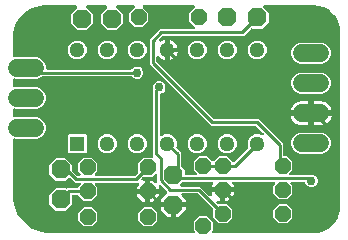
<source format=gbr>
G04 EAGLE Gerber RS-274X export*
G75*
%MOMM*%
%FSLAX34Y34*%
%LPD*%
%INBottom Copper*%
%IPPOS*%
%AMOC8*
5,1,8,0,0,1.08239X$1,22.5*%
G01*
%ADD10R,1.278000X1.278000*%
%ADD11C,1.278000*%
%ADD12P,1.429621X8X22.500000*%
%ADD13P,1.429621X8X202.500000*%
%ADD14P,1.429621X8X112.500000*%
%ADD15P,1.732040X8X202.500000*%
%ADD16P,1.732040X8X112.500000*%
%ADD17C,1.524000*%
%ADD18C,0.254000*%
%ADD19C,0.756400*%

G36*
X289107Y138448D02*
X289107Y138448D01*
X289246Y138461D01*
X289265Y138468D01*
X289285Y138471D01*
X289414Y138522D01*
X289545Y138569D01*
X289562Y138580D01*
X289581Y138588D01*
X289693Y138669D01*
X289808Y138747D01*
X289821Y138763D01*
X289838Y138774D01*
X289927Y138882D01*
X290019Y138986D01*
X290028Y139004D01*
X290041Y139019D01*
X290100Y139145D01*
X290163Y139269D01*
X290168Y139289D01*
X290176Y139307D01*
X290202Y139444D01*
X290233Y139579D01*
X290232Y139600D01*
X290236Y139619D01*
X290227Y139758D01*
X290223Y139897D01*
X290217Y139917D01*
X290216Y139937D01*
X290174Y140069D01*
X290135Y140203D01*
X290124Y140220D01*
X290118Y140239D01*
X290044Y140357D01*
X289973Y140477D01*
X289955Y140498D01*
X289948Y140508D01*
X289933Y140522D01*
X289867Y140597D01*
X289051Y141413D01*
X289051Y148147D01*
X293813Y152909D01*
X300547Y152909D01*
X305309Y148147D01*
X305309Y141413D01*
X304493Y140597D01*
X304408Y140488D01*
X304319Y140381D01*
X304311Y140362D01*
X304298Y140346D01*
X304243Y140219D01*
X304184Y140093D01*
X304180Y140073D01*
X304172Y140054D01*
X304150Y139916D01*
X304124Y139780D01*
X304125Y139760D01*
X304122Y139740D01*
X304135Y139601D01*
X304144Y139463D01*
X304150Y139444D01*
X304152Y139424D01*
X304199Y139292D01*
X304242Y139161D01*
X304253Y139143D01*
X304259Y139124D01*
X304338Y139009D01*
X304412Y138892D01*
X304427Y138878D01*
X304438Y138861D01*
X304542Y138769D01*
X304644Y138674D01*
X304661Y138664D01*
X304676Y138651D01*
X304800Y138588D01*
X304922Y138520D01*
X304942Y138515D01*
X304960Y138506D01*
X305096Y138476D01*
X305230Y138441D01*
X305258Y138439D01*
X305270Y138436D01*
X305291Y138437D01*
X305391Y138431D01*
X391160Y138431D01*
X391181Y138433D01*
X391243Y138433D01*
X393895Y138607D01*
X393939Y138616D01*
X393983Y138616D01*
X394141Y138648D01*
X399265Y140021D01*
X399344Y140053D01*
X399426Y140076D01*
X399549Y140137D01*
X399559Y140141D01*
X399563Y140143D01*
X399571Y140148D01*
X404165Y142800D01*
X404233Y142852D01*
X404307Y142895D01*
X404410Y142986D01*
X404418Y142992D01*
X404421Y142995D01*
X404428Y143002D01*
X408178Y146752D01*
X408231Y146820D01*
X408291Y146881D01*
X408338Y146953D01*
X408352Y146969D01*
X408359Y146983D01*
X408367Y146996D01*
X408373Y147004D01*
X408375Y147008D01*
X408380Y147015D01*
X411032Y151609D01*
X411066Y151688D01*
X411108Y151763D01*
X411152Y151892D01*
X411156Y151902D01*
X411156Y151907D01*
X411159Y151915D01*
X412532Y157039D01*
X412538Y157083D01*
X412552Y157125D01*
X412573Y157285D01*
X412747Y159937D01*
X412745Y159958D01*
X412749Y160020D01*
X412749Y309880D01*
X412747Y309901D01*
X412747Y309963D01*
X412573Y312615D01*
X412564Y312659D01*
X412564Y312703D01*
X412532Y312861D01*
X411159Y317985D01*
X411127Y318064D01*
X411104Y318146D01*
X411043Y318269D01*
X411039Y318279D01*
X411037Y318283D01*
X411032Y318291D01*
X408380Y322885D01*
X408328Y322953D01*
X408285Y323027D01*
X408194Y323130D01*
X408188Y323138D01*
X408185Y323141D01*
X408178Y323148D01*
X404428Y326898D01*
X404360Y326951D01*
X404299Y327011D01*
X404185Y327087D01*
X404176Y327093D01*
X404172Y327095D01*
X404165Y327100D01*
X399571Y329752D01*
X399492Y329786D01*
X399417Y329828D01*
X399288Y329872D01*
X399278Y329876D01*
X399273Y329876D01*
X399265Y329879D01*
X394141Y331252D01*
X394097Y331258D01*
X394055Y331272D01*
X393895Y331293D01*
X391243Y331467D01*
X391222Y331465D01*
X391160Y331469D01*
X349276Y331469D01*
X349139Y331452D01*
X349000Y331439D01*
X348981Y331432D01*
X348961Y331429D01*
X348832Y331378D01*
X348701Y331331D01*
X348684Y331320D01*
X348665Y331312D01*
X348553Y331231D01*
X348438Y331153D01*
X348424Y331137D01*
X348408Y331126D01*
X348319Y331018D01*
X348227Y330914D01*
X348218Y330896D01*
X348205Y330881D01*
X348146Y330755D01*
X348083Y330631D01*
X348078Y330611D01*
X348069Y330593D01*
X348043Y330457D01*
X348013Y330321D01*
X348013Y330300D01*
X348010Y330281D01*
X348018Y330142D01*
X348023Y330003D01*
X348028Y329983D01*
X348029Y329963D01*
X348072Y329831D01*
X348111Y329697D01*
X348121Y329680D01*
X348127Y329661D01*
X348202Y329543D01*
X348272Y329423D01*
X348291Y329402D01*
X348298Y329392D01*
X348313Y329378D01*
X348379Y329303D01*
X352426Y325256D01*
X352426Y317364D01*
X346846Y311784D01*
X338932Y311784D01*
X338855Y311852D01*
X338819Y311871D01*
X338787Y311896D01*
X338677Y311943D01*
X338571Y311997D01*
X338532Y312006D01*
X338495Y312022D01*
X338377Y312041D01*
X338261Y312067D01*
X338221Y312065D01*
X338181Y312072D01*
X338063Y312061D01*
X337943Y312057D01*
X337904Y312046D01*
X337864Y312042D01*
X337752Y312002D01*
X337638Y311969D01*
X337603Y311948D01*
X337565Y311934D01*
X337466Y311868D01*
X337364Y311807D01*
X337319Y311767D01*
X337302Y311756D01*
X337288Y311741D01*
X337243Y311701D01*
X331336Y305794D01*
X263282Y305794D01*
X263184Y305781D01*
X263085Y305778D01*
X263026Y305762D01*
X262966Y305754D01*
X262874Y305718D01*
X262779Y305690D01*
X262727Y305659D01*
X262671Y305637D01*
X262591Y305579D01*
X262505Y305529D01*
X262430Y305462D01*
X262413Y305450D01*
X262406Y305441D01*
X262384Y305422D01*
X259850Y302887D01*
X259828Y302860D01*
X259802Y302837D01*
X259731Y302735D01*
X259655Y302636D01*
X259641Y302604D01*
X259621Y302575D01*
X259578Y302459D01*
X259528Y302344D01*
X259523Y302310D01*
X259511Y302277D01*
X259498Y302153D01*
X259479Y302030D01*
X259482Y301995D01*
X259478Y301960D01*
X259497Y301838D01*
X259508Y301714D01*
X259520Y301681D01*
X259525Y301646D01*
X259574Y301531D01*
X259616Y301414D01*
X259636Y301385D01*
X259649Y301353D01*
X259725Y301254D01*
X259795Y301151D01*
X259821Y301128D01*
X259842Y301100D01*
X259940Y301023D01*
X260033Y300941D01*
X260064Y300925D01*
X260092Y300903D01*
X260205Y300853D01*
X260316Y300796D01*
X260350Y300788D01*
X260382Y300774D01*
X260505Y300754D01*
X260627Y300726D01*
X260661Y300727D01*
X260696Y300722D01*
X260820Y300732D01*
X260944Y300736D01*
X260978Y300746D01*
X261013Y300749D01*
X261131Y300790D01*
X261250Y300824D01*
X261280Y300842D01*
X261313Y300854D01*
X261452Y300935D01*
X262470Y301614D01*
X264095Y302288D01*
X264776Y302423D01*
X264776Y294355D01*
X264791Y294237D01*
X264798Y294118D01*
X264810Y294080D01*
X264816Y294040D01*
X264859Y293929D01*
X264896Y293816D01*
X264918Y293782D01*
X264933Y293744D01*
X264963Y293702D01*
X264923Y293618D01*
X264865Y293513D01*
X264855Y293474D01*
X264838Y293438D01*
X264816Y293321D01*
X264786Y293205D01*
X264782Y293145D01*
X264778Y293125D01*
X264780Y293105D01*
X264776Y293045D01*
X264776Y284977D01*
X264095Y285112D01*
X262470Y285786D01*
X261007Y286763D01*
X259736Y288034D01*
X259707Y288068D01*
X259645Y288152D01*
X259603Y288187D01*
X259567Y288229D01*
X259481Y288288D01*
X259400Y288355D01*
X259351Y288378D01*
X259305Y288410D01*
X259207Y288446D01*
X259113Y288491D01*
X259059Y288501D01*
X259007Y288520D01*
X258903Y288531D01*
X258800Y288550D01*
X258745Y288547D01*
X258691Y288553D01*
X258587Y288537D01*
X258483Y288531D01*
X258431Y288514D01*
X258376Y288505D01*
X258280Y288465D01*
X258180Y288433D01*
X258134Y288403D01*
X258083Y288382D01*
X258000Y288318D01*
X257912Y288262D01*
X257874Y288222D01*
X257830Y288189D01*
X257766Y288107D01*
X257694Y288031D01*
X257667Y287983D01*
X257633Y287939D01*
X257591Y287844D01*
X257540Y287752D01*
X257527Y287699D01*
X257504Y287649D01*
X257487Y287545D01*
X257461Y287444D01*
X257455Y287357D01*
X257452Y287335D01*
X257453Y287320D01*
X257451Y287284D01*
X257451Y284279D01*
X257463Y284181D01*
X257466Y284082D01*
X257483Y284024D01*
X257490Y283964D01*
X257527Y283872D01*
X257554Y283777D01*
X257585Y283724D01*
X257608Y283668D01*
X257666Y283588D01*
X257716Y283503D01*
X257782Y283427D01*
X257794Y283411D01*
X257804Y283403D01*
X257822Y283382D01*
X305628Y235576D01*
X305706Y235516D01*
X305778Y235448D01*
X305831Y235419D01*
X305879Y235382D01*
X305970Y235342D01*
X306057Y235294D01*
X306115Y235279D01*
X306171Y235255D01*
X306269Y235240D01*
X306364Y235215D01*
X306465Y235209D01*
X306485Y235205D01*
X306497Y235207D01*
X306525Y235205D01*
X344058Y235205D01*
X346066Y233196D01*
X362736Y216526D01*
X364745Y214518D01*
X364745Y204978D01*
X364760Y204860D01*
X364767Y204741D01*
X364780Y204703D01*
X364785Y204662D01*
X364828Y204552D01*
X364865Y204439D01*
X364887Y204404D01*
X364902Y204367D01*
X364971Y204271D01*
X365035Y204170D01*
X365065Y204142D01*
X365088Y204109D01*
X365180Y204033D01*
X365267Y203952D01*
X365302Y203932D01*
X365333Y203907D01*
X365441Y203856D01*
X365545Y203798D01*
X365585Y203788D01*
X365621Y203771D01*
X365738Y203749D01*
X365853Y203719D01*
X365913Y203715D01*
X365933Y203711D01*
X365954Y203713D01*
X366014Y203709D01*
X367857Y203709D01*
X372619Y198947D01*
X372619Y192213D01*
X370279Y189873D01*
X370194Y189764D01*
X370105Y189657D01*
X370097Y189638D01*
X370084Y189622D01*
X370029Y189494D01*
X369970Y189369D01*
X369966Y189349D01*
X369958Y189330D01*
X369936Y189192D01*
X369910Y189056D01*
X369911Y189036D01*
X369908Y189016D01*
X369921Y188877D01*
X369930Y188739D01*
X369936Y188720D01*
X369938Y188700D01*
X369985Y188568D01*
X370028Y188437D01*
X370039Y188419D01*
X370045Y188400D01*
X370124Y188285D01*
X370198Y188168D01*
X370213Y188154D01*
X370224Y188137D01*
X370328Y188045D01*
X370430Y187950D01*
X370447Y187940D01*
X370462Y187927D01*
X370587Y187863D01*
X370708Y187796D01*
X370728Y187791D01*
X370746Y187782D01*
X370882Y187752D01*
X371016Y187717D01*
X371044Y187715D01*
X371056Y187712D01*
X371077Y187713D01*
X371177Y187707D01*
X386153Y187707D01*
X386162Y187708D01*
X386172Y187707D01*
X386320Y187728D01*
X386469Y187747D01*
X386477Y187750D01*
X386487Y187751D01*
X386639Y187803D01*
X387564Y188187D01*
X389676Y188187D01*
X391626Y187379D01*
X393119Y185886D01*
X393927Y183936D01*
X393927Y181824D01*
X393119Y179874D01*
X391626Y178381D01*
X389676Y177573D01*
X387564Y177573D01*
X385614Y178381D01*
X384121Y179874D01*
X383517Y181334D01*
X383502Y181359D01*
X383493Y181387D01*
X383423Y181497D01*
X383359Y181610D01*
X383338Y181631D01*
X383323Y181656D01*
X383228Y181745D01*
X383138Y181838D01*
X383113Y181854D01*
X383091Y181874D01*
X382977Y181937D01*
X382867Y182005D01*
X382838Y182013D01*
X382813Y182028D01*
X382687Y182060D01*
X382563Y182098D01*
X382533Y182100D01*
X382505Y182107D01*
X382344Y182117D01*
X372193Y182117D01*
X372055Y182100D01*
X371916Y182087D01*
X371897Y182080D01*
X371877Y182077D01*
X371748Y182026D01*
X371617Y181979D01*
X371600Y181968D01*
X371581Y181960D01*
X371469Y181879D01*
X371354Y181801D01*
X371341Y181785D01*
X371324Y181774D01*
X371235Y181666D01*
X371143Y181562D01*
X371134Y181544D01*
X371121Y181529D01*
X371062Y181403D01*
X370999Y181279D01*
X370994Y181259D01*
X370986Y181241D01*
X370960Y181104D01*
X370929Y180969D01*
X370930Y180948D01*
X370926Y180929D01*
X370935Y180790D01*
X370939Y180651D01*
X370945Y180631D01*
X370946Y180611D01*
X370988Y180479D01*
X371027Y180345D01*
X371038Y180328D01*
X371044Y180309D01*
X371118Y180191D01*
X371189Y180071D01*
X371207Y180050D01*
X371214Y180040D01*
X371229Y180026D01*
X371295Y179951D01*
X372619Y178627D01*
X372619Y171893D01*
X367857Y167131D01*
X361123Y167131D01*
X356361Y171893D01*
X356361Y178627D01*
X357685Y179951D01*
X357770Y180060D01*
X357859Y180167D01*
X357867Y180186D01*
X357880Y180202D01*
X357935Y180330D01*
X357994Y180455D01*
X357998Y180475D01*
X358006Y180494D01*
X358028Y180632D01*
X358054Y180768D01*
X358053Y180788D01*
X358056Y180808D01*
X358043Y180947D01*
X358034Y181085D01*
X358028Y181104D01*
X358026Y181124D01*
X357979Y181256D01*
X357936Y181387D01*
X357925Y181405D01*
X357919Y181424D01*
X357840Y181539D01*
X357766Y181656D01*
X357751Y181670D01*
X357740Y181687D01*
X357636Y181779D01*
X357534Y181874D01*
X357517Y181884D01*
X357502Y181897D01*
X357377Y181961D01*
X357256Y182028D01*
X357236Y182033D01*
X357218Y182042D01*
X357082Y182072D01*
X356948Y182107D01*
X356920Y182109D01*
X356908Y182112D01*
X356887Y182111D01*
X356787Y182117D01*
X322830Y182117D01*
X322692Y182100D01*
X322553Y182087D01*
X322534Y182080D01*
X322514Y182077D01*
X322385Y182026D01*
X322254Y181979D01*
X322237Y181968D01*
X322218Y181960D01*
X322106Y181879D01*
X321991Y181801D01*
X321977Y181785D01*
X321961Y181774D01*
X321872Y181666D01*
X321780Y181562D01*
X321771Y181544D01*
X321758Y181529D01*
X321699Y181403D01*
X321636Y181279D01*
X321631Y181259D01*
X321623Y181241D01*
X321597Y181104D01*
X321566Y180969D01*
X321567Y180948D01*
X321563Y180929D01*
X321571Y180790D01*
X321576Y180651D01*
X321581Y180631D01*
X321583Y180611D01*
X321625Y180479D01*
X321664Y180345D01*
X321674Y180328D01*
X321681Y180309D01*
X321755Y180191D01*
X321826Y180071D01*
X321844Y180050D01*
X321851Y180040D01*
X321866Y180026D01*
X321932Y179951D01*
X322835Y179048D01*
X322835Y177291D01*
X314452Y177291D01*
X314334Y177276D01*
X314215Y177269D01*
X314177Y177256D01*
X314137Y177251D01*
X314026Y177208D01*
X313913Y177171D01*
X313879Y177149D01*
X313841Y177134D01*
X313745Y177065D01*
X313693Y177031D01*
X313675Y177048D01*
X313640Y177068D01*
X313608Y177093D01*
X313501Y177144D01*
X313396Y177202D01*
X313357Y177212D01*
X313321Y177229D01*
X313204Y177251D01*
X313088Y177281D01*
X313028Y177285D01*
X313008Y177289D01*
X312988Y177287D01*
X312928Y177291D01*
X304545Y177291D01*
X304545Y179048D01*
X305448Y179951D01*
X305533Y180060D01*
X305622Y180167D01*
X305631Y180186D01*
X305643Y180202D01*
X305698Y180329D01*
X305757Y180455D01*
X305761Y180475D01*
X305769Y180494D01*
X305791Y180632D01*
X305817Y180768D01*
X305816Y180788D01*
X305819Y180808D01*
X305806Y180947D01*
X305797Y181085D01*
X305791Y181104D01*
X305789Y181124D01*
X305742Y181256D01*
X305699Y181387D01*
X305689Y181405D01*
X305682Y181424D01*
X305604Y181539D01*
X305529Y181656D01*
X305514Y181670D01*
X305503Y181687D01*
X305399Y181779D01*
X305298Y181874D01*
X305280Y181884D01*
X305265Y181897D01*
X305141Y181961D01*
X305019Y182028D01*
X305000Y182033D01*
X304981Y182042D01*
X304846Y182072D01*
X304711Y182107D01*
X304683Y182109D01*
X304671Y182112D01*
X304651Y182111D01*
X304550Y182117D01*
X279934Y182117D01*
X279836Y182105D01*
X279737Y182102D01*
X279679Y182085D01*
X279619Y182077D01*
X279527Y182041D01*
X279432Y182013D01*
X279379Y181983D01*
X279323Y181960D01*
X279243Y181902D01*
X279158Y181852D01*
X279082Y181786D01*
X279066Y181774D01*
X279058Y181764D01*
X279037Y181746D01*
X277496Y180204D01*
X277410Y180094D01*
X277322Y179987D01*
X277313Y179969D01*
X277301Y179953D01*
X277245Y179825D01*
X277186Y179700D01*
X277182Y179680D01*
X277174Y179661D01*
X277152Y179523D01*
X277126Y179387D01*
X277128Y179367D01*
X277124Y179347D01*
X277138Y179208D01*
X277146Y179070D01*
X277152Y179051D01*
X277154Y179030D01*
X277201Y178899D01*
X277244Y178767D01*
X277255Y178750D01*
X277262Y178731D01*
X277340Y178616D01*
X277414Y178499D01*
X277429Y178485D01*
X277440Y178468D01*
X277545Y178376D01*
X277646Y178281D01*
X277664Y178271D01*
X277679Y178257D01*
X277803Y178194D01*
X277924Y178127D01*
X277944Y178122D01*
X277962Y178113D01*
X278098Y178082D01*
X278232Y178048D01*
X278260Y178046D01*
X278272Y178043D01*
X278293Y178044D01*
X278393Y178037D01*
X294545Y178037D01*
X302379Y170204D01*
X302488Y170119D01*
X302595Y170030D01*
X302614Y170021D01*
X302630Y170009D01*
X302758Y169953D01*
X302883Y169894D01*
X302903Y169891D01*
X302922Y169883D01*
X303060Y169861D01*
X303196Y169835D01*
X303216Y169836D01*
X303236Y169833D01*
X303375Y169846D01*
X303513Y169854D01*
X303532Y169861D01*
X303552Y169862D01*
X303684Y169910D01*
X303815Y169952D01*
X303833Y169963D01*
X303852Y169970D01*
X303967Y170048D01*
X304084Y170123D01*
X304098Y170137D01*
X304115Y170149D01*
X304207Y170253D01*
X304302Y170354D01*
X304312Y170372D01*
X304325Y170387D01*
X304389Y170511D01*
X304456Y170633D01*
X304461Y170652D01*
X304470Y170670D01*
X304500Y170806D01*
X304535Y170941D01*
X304537Y170969D01*
X304540Y170981D01*
X304539Y171001D01*
X304545Y171101D01*
X304545Y173229D01*
X311659Y173229D01*
X311659Y166115D01*
X309531Y166115D01*
X309394Y166098D01*
X309255Y166085D01*
X309236Y166078D01*
X309216Y166075D01*
X309087Y166024D01*
X308956Y165977D01*
X308939Y165966D01*
X308920Y165958D01*
X308808Y165877D01*
X308693Y165799D01*
X308679Y165783D01*
X308663Y165772D01*
X308574Y165664D01*
X308482Y165560D01*
X308473Y165542D01*
X308460Y165527D01*
X308401Y165401D01*
X308337Y165277D01*
X308333Y165257D01*
X308324Y165239D01*
X308298Y165103D01*
X308268Y164967D01*
X308268Y164946D01*
X308265Y164927D01*
X308273Y164788D01*
X308277Y164649D01*
X308283Y164629D01*
X308284Y164609D01*
X308327Y164477D01*
X308366Y164343D01*
X308376Y164326D01*
X308382Y164307D01*
X308457Y164189D01*
X308527Y164069D01*
X308546Y164048D01*
X308553Y164038D01*
X308567Y164024D01*
X308634Y163949D01*
X309142Y163440D01*
X309220Y163380D01*
X309292Y163312D01*
X309345Y163283D01*
X309393Y163246D01*
X309484Y163206D01*
X309571Y163158D01*
X309629Y163143D01*
X309685Y163119D01*
X309783Y163104D01*
X309879Y163079D01*
X309979Y163073D01*
X309999Y163069D01*
X310011Y163071D01*
X310039Y163069D01*
X317057Y163069D01*
X321819Y158307D01*
X321819Y151573D01*
X317057Y146811D01*
X310323Y146811D01*
X305561Y151573D01*
X305561Y158591D01*
X305549Y158689D01*
X305546Y158788D01*
X305529Y158846D01*
X305521Y158906D01*
X305485Y158998D01*
X305457Y159093D01*
X305427Y159146D01*
X305404Y159202D01*
X305346Y159282D01*
X305296Y159367D01*
X305230Y159443D01*
X305218Y159459D01*
X305208Y159467D01*
X305190Y159488D01*
X292601Y172076D01*
X292523Y172137D01*
X292451Y172205D01*
X292398Y172234D01*
X292350Y172271D01*
X292259Y172311D01*
X292173Y172358D01*
X292114Y172373D01*
X292058Y172398D01*
X291960Y172413D01*
X291865Y172438D01*
X291765Y172444D01*
X291744Y172447D01*
X291732Y172446D01*
X291704Y172448D01*
X279864Y172448D01*
X279727Y172431D01*
X279588Y172418D01*
X279569Y172411D01*
X279549Y172408D01*
X279420Y172357D01*
X279289Y172310D01*
X279272Y172299D01*
X279253Y172291D01*
X279141Y172209D01*
X279026Y172131D01*
X279012Y172116D01*
X278996Y172104D01*
X278907Y171997D01*
X278815Y171893D01*
X278806Y171875D01*
X278793Y171859D01*
X278734Y171734D01*
X278671Y171610D01*
X278666Y171590D01*
X278658Y171572D01*
X278631Y171435D01*
X278601Y171299D01*
X278602Y171279D01*
X278598Y171259D01*
X278606Y171121D01*
X278611Y170982D01*
X278616Y170962D01*
X278618Y170942D01*
X278660Y170810D01*
X278699Y170676D01*
X278709Y170659D01*
X278716Y170639D01*
X278790Y170522D01*
X278861Y170402D01*
X278879Y170381D01*
X278886Y170371D01*
X278901Y170357D01*
X278967Y170281D01*
X282322Y166927D01*
X282322Y164591D01*
X272542Y164591D01*
X272424Y164576D01*
X272305Y164569D01*
X272267Y164556D01*
X272227Y164551D01*
X272116Y164508D01*
X272003Y164471D01*
X271969Y164449D01*
X271931Y164434D01*
X271835Y164365D01*
X271783Y164331D01*
X271765Y164348D01*
X271730Y164368D01*
X271698Y164393D01*
X271591Y164444D01*
X271486Y164502D01*
X271447Y164512D01*
X271411Y164529D01*
X271294Y164551D01*
X271178Y164581D01*
X271118Y164585D01*
X271098Y164589D01*
X271078Y164587D01*
X271018Y164591D01*
X261238Y164591D01*
X261238Y166927D01*
X266519Y172207D01*
X266592Y172301D01*
X266671Y172391D01*
X266689Y172427D01*
X266714Y172459D01*
X266761Y172568D01*
X266815Y172674D01*
X266824Y172713D01*
X266840Y172750D01*
X266859Y172868D01*
X266885Y172984D01*
X266884Y173024D01*
X266890Y173064D01*
X266879Y173183D01*
X266875Y173302D01*
X266864Y173341D01*
X266860Y173381D01*
X266820Y173493D01*
X266787Y173607D01*
X266766Y173642D01*
X266753Y173680D01*
X266686Y173779D01*
X266625Y173881D01*
X266586Y173927D01*
X266574Y173943D01*
X266559Y173957D01*
X266519Y174002D01*
X266064Y174457D01*
X261501Y179020D01*
X261392Y179105D01*
X261285Y179194D01*
X261266Y179202D01*
X261250Y179215D01*
X261122Y179270D01*
X260997Y179329D01*
X260977Y179333D01*
X260958Y179341D01*
X260820Y179363D01*
X260684Y179389D01*
X260664Y179388D01*
X260644Y179391D01*
X260505Y179378D01*
X260367Y179369D01*
X260348Y179363D01*
X260328Y179361D01*
X260196Y179314D01*
X260065Y179271D01*
X260047Y179260D01*
X260028Y179253D01*
X259913Y179175D01*
X259796Y179101D01*
X259782Y179086D01*
X259765Y179075D01*
X259673Y178971D01*
X259578Y178869D01*
X259568Y178852D01*
X259555Y178836D01*
X259491Y178713D01*
X259424Y178591D01*
X259419Y178571D01*
X259410Y178553D01*
X259380Y178417D01*
X259345Y178283D01*
X259343Y178255D01*
X259340Y178243D01*
X259341Y178222D01*
X259335Y178122D01*
X259335Y176021D01*
X252221Y176021D01*
X252221Y183135D01*
X253978Y183135D01*
X256024Y181089D01*
X256133Y181004D01*
X256240Y180915D01*
X256259Y180907D01*
X256275Y180894D01*
X256403Y180839D01*
X256528Y180780D01*
X256548Y180776D01*
X256567Y180768D01*
X256705Y180746D01*
X256841Y180720D01*
X256861Y180721D01*
X256881Y180718D01*
X257020Y180731D01*
X257158Y180740D01*
X257177Y180746D01*
X257197Y180748D01*
X257329Y180795D01*
X257460Y180838D01*
X257478Y180848D01*
X257497Y180855D01*
X257612Y180933D01*
X257729Y181008D01*
X257743Y181023D01*
X257760Y181034D01*
X257852Y181138D01*
X257947Y181239D01*
X257957Y181257D01*
X257970Y181272D01*
X258034Y181396D01*
X258101Y181518D01*
X258106Y181537D01*
X258115Y181556D01*
X258145Y181691D01*
X258180Y181826D01*
X258182Y181854D01*
X258185Y181866D01*
X258184Y181886D01*
X258190Y181987D01*
X258190Y187750D01*
X258173Y187888D01*
X258160Y188027D01*
X258153Y188046D01*
X258150Y188066D01*
X258099Y188195D01*
X258052Y188326D01*
X258041Y188343D01*
X258033Y188362D01*
X257952Y188474D01*
X257874Y188589D01*
X257858Y188602D01*
X257847Y188619D01*
X257739Y188708D01*
X257635Y188800D01*
X257617Y188809D01*
X257602Y188822D01*
X257476Y188881D01*
X257352Y188944D01*
X257332Y188949D01*
X257314Y188957D01*
X257178Y188983D01*
X257042Y189014D01*
X257021Y189013D01*
X257002Y189017D01*
X256863Y189008D01*
X256724Y189004D01*
X256704Y188998D01*
X256684Y188997D01*
X256552Y188954D01*
X256418Y188916D01*
X256401Y188905D01*
X256382Y188899D01*
X256264Y188825D01*
X256144Y188754D01*
X256123Y188736D01*
X256113Y188729D01*
X256099Y188714D01*
X256024Y188648D01*
X253557Y186181D01*
X246539Y186181D01*
X246441Y186169D01*
X246342Y186166D01*
X246284Y186149D01*
X246224Y186141D01*
X246132Y186105D01*
X246037Y186077D01*
X245984Y186047D01*
X245928Y186024D01*
X245848Y185966D01*
X245763Y185916D01*
X245687Y185850D01*
X245671Y185838D01*
X245663Y185828D01*
X245642Y185810D01*
X245134Y185302D01*
X245049Y185192D01*
X244960Y185085D01*
X244951Y185066D01*
X244939Y185050D01*
X244884Y184922D01*
X244824Y184797D01*
X244821Y184777D01*
X244813Y184758D01*
X244791Y184620D01*
X244765Y184484D01*
X244766Y184464D01*
X244763Y184444D01*
X244776Y184305D01*
X244784Y184167D01*
X244791Y184148D01*
X244792Y184128D01*
X244840Y183997D01*
X244882Y183865D01*
X244893Y183847D01*
X244900Y183828D01*
X244978Y183714D01*
X245053Y183596D01*
X245067Y183582D01*
X245079Y183565D01*
X245182Y183474D01*
X245284Y183378D01*
X245302Y183368D01*
X245317Y183355D01*
X245441Y183292D01*
X245563Y183224D01*
X245582Y183219D01*
X245600Y183210D01*
X245736Y183180D01*
X245871Y183145D01*
X245899Y183143D01*
X245911Y183140D01*
X245931Y183141D01*
X246031Y183135D01*
X248159Y183135D01*
X248159Y176021D01*
X241045Y176021D01*
X241045Y177778D01*
X242508Y179241D01*
X242593Y179350D01*
X242682Y179457D01*
X242690Y179476D01*
X242703Y179492D01*
X242758Y179620D01*
X242817Y179745D01*
X242821Y179765D01*
X242829Y179784D01*
X242851Y179922D01*
X242877Y180058D01*
X242876Y180078D01*
X242879Y180098D01*
X242866Y180237D01*
X242857Y180375D01*
X242851Y180394D01*
X242849Y180414D01*
X242802Y180546D01*
X242759Y180677D01*
X242749Y180695D01*
X242742Y180714D01*
X242664Y180829D01*
X242589Y180946D01*
X242574Y180960D01*
X242563Y180977D01*
X242459Y181069D01*
X242358Y181164D01*
X242340Y181174D01*
X242325Y181187D01*
X242201Y181251D01*
X242079Y181318D01*
X242060Y181323D01*
X242041Y181332D01*
X241906Y181362D01*
X241771Y181397D01*
X241743Y181399D01*
X241731Y181402D01*
X241711Y181401D01*
X241610Y181407D01*
X206533Y181407D01*
X206395Y181390D01*
X206256Y181377D01*
X206237Y181370D01*
X206217Y181367D01*
X206088Y181316D01*
X205957Y181269D01*
X205940Y181258D01*
X205921Y181250D01*
X205809Y181169D01*
X205694Y181091D01*
X205681Y181075D01*
X205664Y181064D01*
X205575Y180956D01*
X205483Y180852D01*
X205474Y180834D01*
X205461Y180819D01*
X205402Y180693D01*
X205339Y180569D01*
X205334Y180549D01*
X205326Y180531D01*
X205300Y180395D01*
X205269Y180259D01*
X205270Y180238D01*
X205266Y180219D01*
X205275Y180080D01*
X205279Y179941D01*
X205284Y179921D01*
X205286Y179901D01*
X205329Y179769D01*
X205367Y179635D01*
X205378Y179618D01*
X205384Y179599D01*
X205458Y179481D01*
X205529Y179361D01*
X205547Y179340D01*
X205554Y179330D01*
X205569Y179316D01*
X205635Y179241D01*
X207519Y177357D01*
X207519Y170623D01*
X202757Y165861D01*
X196023Y165861D01*
X191061Y170824D01*
X190982Y170884D01*
X190910Y170952D01*
X190857Y170981D01*
X190809Y171018D01*
X190718Y171058D01*
X190632Y171106D01*
X190573Y171121D01*
X190518Y171145D01*
X190420Y171160D01*
X190324Y171185D01*
X190224Y171191D01*
X190204Y171195D01*
X190191Y171193D01*
X190163Y171195D01*
X187213Y171195D01*
X187094Y171180D01*
X186976Y171173D01*
X186937Y171160D01*
X186897Y171155D01*
X186786Y171112D01*
X186673Y171075D01*
X186639Y171053D01*
X186601Y171038D01*
X186505Y170969D01*
X186405Y170905D01*
X186377Y170875D01*
X186344Y170852D01*
X186268Y170760D01*
X186187Y170673D01*
X186167Y170638D01*
X186141Y170607D01*
X186090Y170499D01*
X186033Y170395D01*
X186023Y170355D01*
X186006Y170319D01*
X185983Y170202D01*
X185954Y170087D01*
X185950Y170027D01*
X185946Y170007D01*
X185947Y169986D01*
X185943Y169926D01*
X185943Y163162D01*
X180363Y157582D01*
X172472Y157582D01*
X166892Y163162D01*
X166892Y171053D01*
X172472Y176633D01*
X180386Y176633D01*
X180463Y176565D01*
X180499Y176547D01*
X180531Y176522D01*
X180640Y176475D01*
X180746Y176421D01*
X180786Y176412D01*
X180823Y176396D01*
X180941Y176377D01*
X181057Y176351D01*
X181097Y176352D01*
X181137Y176346D01*
X181256Y176357D01*
X181375Y176361D01*
X181413Y176372D01*
X181454Y176376D01*
X181566Y176416D01*
X181680Y176449D01*
X181715Y176470D01*
X181753Y176483D01*
X181851Y176550D01*
X181954Y176611D01*
X181999Y176650D01*
X182016Y176662D01*
X182029Y176677D01*
X182075Y176717D01*
X182143Y176785D01*
X190163Y176785D01*
X190261Y176797D01*
X190360Y176800D01*
X190419Y176817D01*
X190479Y176825D01*
X190571Y176861D01*
X190666Y176889D01*
X190718Y176919D01*
X190774Y176942D01*
X190854Y177000D01*
X190940Y177050D01*
X191015Y177116D01*
X191032Y177128D01*
X191040Y177138D01*
X191061Y177156D01*
X193145Y179241D01*
X193230Y179350D01*
X193319Y179457D01*
X193327Y179476D01*
X193340Y179492D01*
X193395Y179620D01*
X193454Y179745D01*
X193458Y179765D01*
X193466Y179784D01*
X193488Y179922D01*
X193514Y180058D01*
X193513Y180078D01*
X193516Y180098D01*
X193503Y180237D01*
X193494Y180375D01*
X193488Y180394D01*
X193486Y180414D01*
X193439Y180546D01*
X193396Y180677D01*
X193385Y180695D01*
X193379Y180714D01*
X193300Y180829D01*
X193226Y180946D01*
X193211Y180960D01*
X193200Y180977D01*
X193096Y181069D01*
X192994Y181164D01*
X192977Y181174D01*
X192962Y181187D01*
X192837Y181251D01*
X192716Y181318D01*
X192696Y181323D01*
X192678Y181332D01*
X192542Y181362D01*
X192408Y181397D01*
X192380Y181399D01*
X192368Y181402D01*
X192348Y181401D01*
X192247Y181407D01*
X188484Y181407D01*
X186475Y183416D01*
X184534Y185357D01*
X184440Y185430D01*
X184350Y185509D01*
X184314Y185527D01*
X184282Y185552D01*
X184173Y185600D01*
X184067Y185654D01*
X184028Y185662D01*
X183991Y185679D01*
X183873Y185697D01*
X183757Y185723D01*
X183717Y185722D01*
X183677Y185728D01*
X183558Y185717D01*
X183439Y185714D01*
X183400Y185702D01*
X183360Y185699D01*
X183248Y185658D01*
X183134Y185625D01*
X183099Y185605D01*
X183061Y185591D01*
X182962Y185524D01*
X182860Y185464D01*
X182814Y185424D01*
X182798Y185412D01*
X182784Y185397D01*
X182739Y185357D01*
X180363Y182982D01*
X172472Y182982D01*
X166892Y188562D01*
X166892Y196453D01*
X172472Y202033D01*
X180363Y202033D01*
X185943Y196453D01*
X185943Y192378D01*
X185956Y192280D01*
X185959Y192181D01*
X185976Y192123D01*
X185983Y192062D01*
X186020Y191970D01*
X186047Y191875D01*
X186078Y191823D01*
X186100Y191767D01*
X186159Y191687D01*
X186209Y191601D01*
X186275Y191526D01*
X186287Y191509D01*
X186297Y191502D01*
X186315Y191480D01*
X190427Y187369D01*
X190505Y187308D01*
X190578Y187240D01*
X190631Y187211D01*
X190678Y187174D01*
X190769Y187134D01*
X190856Y187086D01*
X190915Y187071D01*
X190970Y187047D01*
X191068Y187032D01*
X191164Y187007D01*
X191264Y187001D01*
X191284Y186997D01*
X191297Y186999D01*
X191325Y186997D01*
X192143Y186997D01*
X192281Y187014D01*
X192420Y187027D01*
X192439Y187034D01*
X192459Y187037D01*
X192588Y187088D01*
X192719Y187135D01*
X192736Y187146D01*
X192754Y187154D01*
X192867Y187235D01*
X192982Y187313D01*
X192995Y187329D01*
X193012Y187340D01*
X193101Y187448D01*
X193193Y187552D01*
X193202Y187570D01*
X193215Y187585D01*
X193274Y187711D01*
X193337Y187835D01*
X193342Y187855D01*
X193350Y187873D01*
X193376Y188009D01*
X193407Y188145D01*
X193406Y188166D01*
X193410Y188186D01*
X193401Y188324D01*
X193397Y188463D01*
X193391Y188483D01*
X193390Y188503D01*
X193347Y188635D01*
X193309Y188769D01*
X193298Y188786D01*
X193292Y188805D01*
X193218Y188923D01*
X193147Y189043D01*
X193129Y189064D01*
X193122Y189074D01*
X193107Y189088D01*
X193041Y189164D01*
X191261Y190943D01*
X191261Y197677D01*
X196023Y202439D01*
X202757Y202439D01*
X207519Y197677D01*
X207519Y190943D01*
X205739Y189164D01*
X205654Y189054D01*
X205565Y188947D01*
X205557Y188928D01*
X205544Y188912D01*
X205489Y188784D01*
X205430Y188659D01*
X205426Y188639D01*
X205418Y188620D01*
X205396Y188482D01*
X205370Y188347D01*
X205371Y188326D01*
X205368Y188306D01*
X205381Y188167D01*
X205390Y188029D01*
X205396Y188010D01*
X205398Y187990D01*
X205445Y187858D01*
X205488Y187727D01*
X205499Y187709D01*
X205506Y187690D01*
X205584Y187575D01*
X205658Y187458D01*
X205673Y187444D01*
X205684Y187427D01*
X205788Y187335D01*
X205890Y187240D01*
X205907Y187230D01*
X205923Y187217D01*
X206047Y187153D01*
X206168Y187086D01*
X206188Y187081D01*
X206206Y187072D01*
X206342Y187042D01*
X206476Y187007D01*
X206504Y187005D01*
X206516Y187003D01*
X206537Y187003D01*
X206637Y186997D01*
X238399Y186997D01*
X238497Y187009D01*
X238596Y187012D01*
X238654Y187029D01*
X238714Y187037D01*
X238806Y187073D01*
X238901Y187101D01*
X238954Y187131D01*
X239010Y187154D01*
X239090Y187212D01*
X239175Y187262D01*
X239251Y187328D01*
X239267Y187340D01*
X239275Y187350D01*
X239296Y187369D01*
X241690Y189762D01*
X241750Y189840D01*
X241818Y189912D01*
X241847Y189965D01*
X241884Y190013D01*
X241924Y190104D01*
X241972Y190191D01*
X241987Y190249D01*
X242011Y190305D01*
X242026Y190403D01*
X242051Y190499D01*
X242057Y190599D01*
X242061Y190619D01*
X242059Y190631D01*
X242061Y190659D01*
X242061Y197677D01*
X246823Y202439D01*
X253700Y202439D01*
X253837Y202456D01*
X253976Y202469D01*
X253995Y202476D01*
X254015Y202479D01*
X254144Y202530D01*
X254275Y202577D01*
X254292Y202588D01*
X254311Y202596D01*
X254423Y202677D01*
X254538Y202755D01*
X254552Y202771D01*
X254568Y202782D01*
X254657Y202890D01*
X254749Y202994D01*
X254758Y203012D01*
X254771Y203027D01*
X254830Y203153D01*
X254893Y203277D01*
X254898Y203297D01*
X254906Y203315D01*
X254933Y203452D01*
X254963Y203587D01*
X254962Y203608D01*
X254966Y203627D01*
X254958Y203766D01*
X254953Y203905D01*
X254948Y203925D01*
X254946Y203945D01*
X254904Y204077D01*
X254865Y204211D01*
X254855Y204228D01*
X254848Y204247D01*
X254774Y204365D01*
X254721Y204454D01*
X254721Y260428D01*
X254720Y260437D01*
X254721Y260446D01*
X254700Y260595D01*
X254681Y260743D01*
X254678Y260752D01*
X254677Y260761D01*
X254625Y260913D01*
X254574Y261035D01*
X254574Y263146D01*
X255382Y265096D01*
X256875Y266589D01*
X258826Y267397D01*
X260937Y267397D01*
X262887Y266589D01*
X264380Y265096D01*
X265188Y263146D01*
X265188Y261035D01*
X264380Y259084D01*
X262887Y257591D01*
X261094Y256849D01*
X261069Y256834D01*
X261041Y256825D01*
X260931Y256756D01*
X260818Y256691D01*
X260797Y256671D01*
X260772Y256655D01*
X260683Y256560D01*
X260590Y256470D01*
X260574Y256445D01*
X260554Y256423D01*
X260491Y256309D01*
X260423Y256199D01*
X260415Y256171D01*
X260400Y256145D01*
X260368Y256019D01*
X260330Y255895D01*
X260328Y255865D01*
X260321Y255837D01*
X260311Y255676D01*
X260311Y222120D01*
X260317Y222070D01*
X260315Y222021D01*
X260337Y221913D01*
X260351Y221804D01*
X260369Y221758D01*
X260379Y221709D01*
X260427Y221611D01*
X260468Y221509D01*
X260497Y221468D01*
X260519Y221424D01*
X260590Y221340D01*
X260654Y221251D01*
X260693Y221220D01*
X260725Y221182D01*
X260815Y221119D01*
X260899Y221048D01*
X260944Y221027D01*
X260985Y220999D01*
X261088Y220960D01*
X261187Y220913D01*
X261236Y220904D01*
X261282Y220886D01*
X261392Y220874D01*
X261499Y220853D01*
X261549Y220856D01*
X261598Y220851D01*
X261707Y220866D01*
X261817Y220873D01*
X261864Y220888D01*
X261913Y220895D01*
X262066Y220947D01*
X265126Y222215D01*
X268274Y222215D01*
X271183Y221010D01*
X273410Y218783D01*
X274615Y215874D01*
X274615Y212726D01*
X274240Y211821D01*
X274232Y211792D01*
X274219Y211766D01*
X274190Y211639D01*
X274156Y211514D01*
X274155Y211484D01*
X274149Y211455D01*
X274153Y211326D01*
X274151Y211196D01*
X274158Y211167D01*
X274159Y211138D01*
X274195Y211013D01*
X274225Y210887D01*
X274239Y210860D01*
X274247Y210832D01*
X274313Y210721D01*
X274374Y210605D01*
X274394Y210584D01*
X274409Y210558D01*
X274515Y210437D01*
X276376Y208576D01*
X278385Y206568D01*
X278385Y195352D01*
X278397Y195254D01*
X278400Y195155D01*
X278417Y195097D01*
X278425Y195037D01*
X278461Y194945D01*
X278489Y194850D01*
X278519Y194798D01*
X278542Y194741D01*
X278600Y194661D01*
X278650Y194576D01*
X278716Y194500D01*
X278728Y194484D01*
X278738Y194476D01*
X278756Y194455D01*
X281306Y191906D01*
X281306Y188976D01*
X281321Y188858D01*
X281328Y188739D01*
X281341Y188701D01*
X281346Y188660D01*
X281389Y188550D01*
X281426Y188437D01*
X281448Y188402D01*
X281463Y188365D01*
X281532Y188269D01*
X281596Y188168D01*
X281626Y188140D01*
X281649Y188107D01*
X281741Y188031D01*
X281828Y187950D01*
X281863Y187930D01*
X281894Y187905D01*
X282002Y187854D01*
X282106Y187796D01*
X282146Y187786D01*
X282182Y187769D01*
X282299Y187747D01*
X282414Y187717D01*
X282474Y187713D01*
X282494Y187709D01*
X282515Y187711D01*
X282575Y187707D01*
X290493Y187707D01*
X290631Y187724D01*
X290770Y187737D01*
X290789Y187744D01*
X290809Y187747D01*
X290938Y187798D01*
X291069Y187845D01*
X291086Y187856D01*
X291105Y187864D01*
X291217Y187945D01*
X291332Y188023D01*
X291345Y188039D01*
X291362Y188050D01*
X291451Y188158D01*
X291543Y188262D01*
X291552Y188280D01*
X291565Y188295D01*
X291624Y188421D01*
X291687Y188545D01*
X291692Y188565D01*
X291700Y188583D01*
X291726Y188719D01*
X291757Y188855D01*
X291756Y188876D01*
X291760Y188895D01*
X291751Y189034D01*
X291747Y189173D01*
X291741Y189193D01*
X291740Y189213D01*
X291697Y189345D01*
X291659Y189479D01*
X291648Y189496D01*
X291642Y189515D01*
X291568Y189633D01*
X291497Y189753D01*
X291479Y189774D01*
X291472Y189784D01*
X291457Y189798D01*
X291391Y189873D01*
X289051Y192213D01*
X289051Y198947D01*
X293813Y203709D01*
X300547Y203709D01*
X304538Y199718D01*
X304619Y199655D01*
X304680Y199598D01*
X304694Y199590D01*
X304721Y199566D01*
X304757Y199548D01*
X304789Y199523D01*
X304898Y199476D01*
X304936Y199457D01*
X304958Y199444D01*
X304962Y199443D01*
X305004Y199422D01*
X305043Y199413D01*
X305081Y199397D01*
X305198Y199378D01*
X305314Y199352D01*
X305355Y199353D01*
X305395Y199347D01*
X305513Y199358D01*
X305632Y199362D01*
X305671Y199373D01*
X305711Y199377D01*
X305824Y199417D01*
X305938Y199450D01*
X305973Y199471D01*
X306011Y199485D01*
X306045Y199508D01*
X306054Y199512D01*
X306110Y199552D01*
X306212Y199612D01*
X306257Y199652D01*
X306274Y199663D01*
X306287Y199678D01*
X306302Y199691D01*
X306312Y199698D01*
X306317Y199704D01*
X306333Y199718D01*
X310323Y203709D01*
X317057Y203709D01*
X321809Y198957D01*
X321903Y198883D01*
X321993Y198805D01*
X322028Y198786D01*
X322060Y198762D01*
X322170Y198714D01*
X322276Y198660D01*
X322315Y198651D01*
X322352Y198635D01*
X322470Y198617D01*
X322586Y198591D01*
X322626Y198592D01*
X322666Y198585D01*
X322785Y198597D01*
X322904Y198600D01*
X322943Y198611D01*
X322983Y198615D01*
X323095Y198656D01*
X323209Y198689D01*
X323244Y198709D01*
X323282Y198723D01*
X323381Y198790D01*
X323483Y198850D01*
X323529Y198890D01*
X323545Y198901D01*
X323559Y198917D01*
X323604Y198957D01*
X335085Y210437D01*
X335103Y210461D01*
X335126Y210480D01*
X335200Y210586D01*
X335280Y210689D01*
X335292Y210716D01*
X335309Y210740D01*
X335355Y210861D01*
X335406Y210980D01*
X335411Y211010D01*
X335421Y211037D01*
X335436Y211166D01*
X335456Y211295D01*
X335453Y211324D01*
X335457Y211353D01*
X335439Y211482D01*
X335426Y211611D01*
X335416Y211639D01*
X335412Y211668D01*
X335360Y211821D01*
X334985Y212726D01*
X334985Y215874D01*
X336190Y218783D01*
X338417Y221010D01*
X341326Y222215D01*
X344474Y222215D01*
X346549Y221355D01*
X346616Y221337D01*
X346680Y221309D01*
X346769Y221295D01*
X346856Y221271D01*
X346925Y221270D01*
X346994Y221259D01*
X347084Y221268D01*
X347174Y221266D01*
X347242Y221283D01*
X347311Y221289D01*
X347396Y221320D01*
X347483Y221341D01*
X347545Y221373D01*
X347610Y221397D01*
X347685Y221447D01*
X347764Y221489D01*
X347816Y221536D01*
X347873Y221575D01*
X347933Y221643D01*
X347999Y221703D01*
X348038Y221762D01*
X348084Y221814D01*
X348125Y221894D01*
X348174Y221969D01*
X348197Y222035D01*
X348229Y222097D01*
X348248Y222185D01*
X348277Y222270D01*
X348283Y222339D01*
X348298Y222407D01*
X348295Y222497D01*
X348303Y222587D01*
X348291Y222655D01*
X348289Y222725D01*
X348264Y222812D01*
X348248Y222900D01*
X348220Y222964D01*
X348200Y223031D01*
X348154Y223108D01*
X348118Y223190D01*
X348074Y223244D01*
X348039Y223305D01*
X347932Y223426D01*
X342114Y229244D01*
X342036Y229304D01*
X341964Y229372D01*
X341911Y229401D01*
X341863Y229438D01*
X341772Y229478D01*
X341685Y229526D01*
X341627Y229541D01*
X341571Y229565D01*
X341473Y229580D01*
X341377Y229605D01*
X341277Y229611D01*
X341257Y229615D01*
X341245Y229613D01*
X341217Y229615D01*
X303684Y229615D01*
X251861Y281438D01*
X251861Y302804D01*
X258432Y309374D01*
X258432Y309375D01*
X260441Y311383D01*
X288737Y311383D01*
X288874Y311401D01*
X289013Y311414D01*
X289032Y311421D01*
X289052Y311423D01*
X289181Y311474D01*
X289312Y311521D01*
X289329Y311533D01*
X289348Y311540D01*
X289460Y311622D01*
X289575Y311700D01*
X289589Y311715D01*
X289605Y311727D01*
X289694Y311834D01*
X289786Y311938D01*
X289795Y311956D01*
X289808Y311972D01*
X289867Y312098D01*
X289931Y312222D01*
X289935Y312241D01*
X289944Y312260D01*
X289970Y312396D01*
X290000Y312532D01*
X290000Y312552D01*
X290003Y312572D01*
X289995Y312710D01*
X289991Y312850D01*
X289985Y312869D01*
X289984Y312889D01*
X289941Y313022D01*
X289902Y313155D01*
X289892Y313173D01*
X289886Y313192D01*
X289811Y313310D01*
X289741Y313429D01*
X289722Y313450D01*
X289715Y313461D01*
X289700Y313475D01*
X289634Y313550D01*
X285241Y317943D01*
X285241Y324677D01*
X289867Y329303D01*
X289952Y329412D01*
X290041Y329519D01*
X290049Y329538D01*
X290062Y329554D01*
X290117Y329682D01*
X290176Y329807D01*
X290180Y329827D01*
X290188Y329846D01*
X290210Y329984D01*
X290236Y330120D01*
X290235Y330140D01*
X290238Y330160D01*
X290225Y330299D01*
X290216Y330437D01*
X290210Y330456D01*
X290208Y330476D01*
X290161Y330608D01*
X290118Y330739D01*
X290107Y330757D01*
X290101Y330776D01*
X290022Y330891D01*
X289948Y331008D01*
X289933Y331022D01*
X289922Y331039D01*
X289818Y331131D01*
X289716Y331226D01*
X289699Y331236D01*
X289684Y331249D01*
X289559Y331313D01*
X289438Y331380D01*
X289418Y331385D01*
X289400Y331394D01*
X289264Y331424D01*
X289130Y331459D01*
X289102Y331461D01*
X289090Y331464D01*
X289069Y331463D01*
X288969Y331469D01*
X246971Y331469D01*
X246833Y331452D01*
X246694Y331439D01*
X246675Y331432D01*
X246655Y331429D01*
X246526Y331378D01*
X246395Y331331D01*
X246378Y331320D01*
X246359Y331312D01*
X246247Y331231D01*
X246132Y331153D01*
X246119Y331137D01*
X246102Y331126D01*
X246013Y331018D01*
X245921Y330914D01*
X245912Y330896D01*
X245899Y330881D01*
X245840Y330755D01*
X245777Y330631D01*
X245772Y330611D01*
X245764Y330593D01*
X245738Y330457D01*
X245707Y330321D01*
X245708Y330300D01*
X245704Y330281D01*
X245713Y330142D01*
X245717Y330003D01*
X245723Y329983D01*
X245724Y329963D01*
X245767Y329831D01*
X245805Y329697D01*
X245816Y329680D01*
X245822Y329661D01*
X245896Y329543D01*
X245967Y329423D01*
X245985Y329402D01*
X245992Y329392D01*
X246007Y329378D01*
X246073Y329303D01*
X250699Y324677D01*
X250699Y317943D01*
X245937Y313181D01*
X239203Y313181D01*
X234441Y317943D01*
X234441Y324677D01*
X239067Y329303D01*
X239152Y329412D01*
X239241Y329519D01*
X239249Y329538D01*
X239262Y329554D01*
X239317Y329682D01*
X239376Y329807D01*
X239380Y329827D01*
X239388Y329846D01*
X239410Y329984D01*
X239436Y330120D01*
X239435Y330140D01*
X239438Y330160D01*
X239425Y330299D01*
X239416Y330437D01*
X239410Y330456D01*
X239408Y330476D01*
X239361Y330608D01*
X239318Y330739D01*
X239307Y330757D01*
X239301Y330776D01*
X239222Y330891D01*
X239148Y331008D01*
X239133Y331022D01*
X239122Y331039D01*
X239018Y331131D01*
X238916Y331226D01*
X238899Y331236D01*
X238884Y331249D01*
X238759Y331313D01*
X238638Y331380D01*
X238618Y331385D01*
X238600Y331394D01*
X238464Y331424D01*
X238330Y331459D01*
X238302Y331461D01*
X238290Y331464D01*
X238269Y331463D01*
X238169Y331469D01*
X224816Y331469D01*
X224679Y331452D01*
X224540Y331439D01*
X224521Y331432D01*
X224501Y331429D01*
X224372Y331378D01*
X224241Y331331D01*
X224224Y331320D01*
X224205Y331312D01*
X224093Y331231D01*
X223978Y331153D01*
X223964Y331137D01*
X223948Y331126D01*
X223859Y331018D01*
X223767Y330914D01*
X223758Y330896D01*
X223745Y330881D01*
X223686Y330755D01*
X223623Y330631D01*
X223618Y330611D01*
X223609Y330593D01*
X223583Y330457D01*
X223553Y330321D01*
X223553Y330300D01*
X223550Y330281D01*
X223558Y330142D01*
X223563Y330003D01*
X223568Y329983D01*
X223569Y329963D01*
X223612Y329831D01*
X223651Y329697D01*
X223661Y329680D01*
X223667Y329661D01*
X223742Y329543D01*
X223812Y329423D01*
X223831Y329402D01*
X223838Y329392D01*
X223853Y329378D01*
X223919Y329303D01*
X229236Y323986D01*
X229236Y316094D01*
X223656Y310514D01*
X215764Y310514D01*
X210184Y316094D01*
X210184Y323986D01*
X215501Y329303D01*
X215586Y329412D01*
X215675Y329519D01*
X215684Y329538D01*
X215696Y329554D01*
X215752Y329682D01*
X215811Y329807D01*
X215814Y329827D01*
X215822Y329846D01*
X215844Y329984D01*
X215870Y330120D01*
X215869Y330140D01*
X215872Y330160D01*
X215859Y330299D01*
X215851Y330437D01*
X215844Y330456D01*
X215842Y330476D01*
X215795Y330608D01*
X215753Y330739D01*
X215742Y330757D01*
X215735Y330776D01*
X215657Y330891D01*
X215582Y331008D01*
X215568Y331022D01*
X215556Y331039D01*
X215452Y331131D01*
X215351Y331226D01*
X215333Y331236D01*
X215318Y331249D01*
X215194Y331313D01*
X215072Y331380D01*
X215053Y331385D01*
X215035Y331394D01*
X214899Y331424D01*
X214764Y331459D01*
X214736Y331461D01*
X214724Y331464D01*
X214704Y331463D01*
X214604Y331469D01*
X199416Y331469D01*
X199279Y331452D01*
X199140Y331439D01*
X199121Y331432D01*
X199101Y331429D01*
X198972Y331378D01*
X198841Y331331D01*
X198824Y331320D01*
X198805Y331312D01*
X198693Y331231D01*
X198578Y331153D01*
X198564Y331137D01*
X198548Y331126D01*
X198459Y331018D01*
X198367Y330914D01*
X198358Y330896D01*
X198345Y330881D01*
X198286Y330755D01*
X198223Y330631D01*
X198218Y330611D01*
X198209Y330593D01*
X198183Y330457D01*
X198153Y330321D01*
X198153Y330300D01*
X198150Y330281D01*
X198158Y330142D01*
X198163Y330003D01*
X198168Y329983D01*
X198169Y329963D01*
X198212Y329831D01*
X198251Y329697D01*
X198261Y329680D01*
X198267Y329661D01*
X198342Y329543D01*
X198412Y329423D01*
X198431Y329402D01*
X198438Y329392D01*
X198453Y329378D01*
X198519Y329303D01*
X203836Y323986D01*
X203836Y316094D01*
X198256Y310514D01*
X190364Y310514D01*
X184784Y316094D01*
X184784Y323986D01*
X190101Y329303D01*
X190186Y329412D01*
X190275Y329519D01*
X190284Y329538D01*
X190296Y329554D01*
X190352Y329682D01*
X190411Y329807D01*
X190414Y329827D01*
X190422Y329846D01*
X190444Y329984D01*
X190470Y330120D01*
X190469Y330140D01*
X190472Y330160D01*
X190459Y330299D01*
X190451Y330437D01*
X190444Y330456D01*
X190442Y330476D01*
X190395Y330608D01*
X190353Y330739D01*
X190342Y330757D01*
X190335Y330776D01*
X190257Y330891D01*
X190182Y331008D01*
X190168Y331022D01*
X190156Y331039D01*
X190052Y331131D01*
X189951Y331226D01*
X189933Y331236D01*
X189918Y331249D01*
X189794Y331313D01*
X189672Y331380D01*
X189653Y331385D01*
X189635Y331394D01*
X189499Y331424D01*
X189364Y331459D01*
X189336Y331461D01*
X189324Y331464D01*
X189304Y331463D01*
X189204Y331469D01*
X162560Y331469D01*
X162539Y331467D01*
X162477Y331467D01*
X159162Y331249D01*
X159118Y331241D01*
X159074Y331240D01*
X158916Y331209D01*
X152511Y329493D01*
X152432Y329460D01*
X152349Y329437D01*
X152227Y329376D01*
X152217Y329372D01*
X152213Y329370D01*
X152205Y329366D01*
X146463Y326050D01*
X146395Y325999D01*
X146321Y325955D01*
X146218Y325864D01*
X146210Y325858D01*
X146207Y325855D01*
X146200Y325849D01*
X141511Y321160D01*
X141459Y321092D01*
X141399Y321031D01*
X141323Y320917D01*
X141316Y320909D01*
X141315Y320905D01*
X141310Y320897D01*
X137994Y315155D01*
X137961Y315076D01*
X137919Y315001D01*
X137875Y314872D01*
X137871Y314862D01*
X137870Y314857D01*
X137867Y314849D01*
X136151Y308444D01*
X136145Y308400D01*
X136131Y308358D01*
X136111Y308198D01*
X136053Y307322D01*
X136053Y307321D01*
X135893Y304883D01*
X135895Y304862D01*
X135891Y304800D01*
X135891Y288806D01*
X135897Y288756D01*
X135895Y288707D01*
X135917Y288599D01*
X135931Y288490D01*
X135949Y288444D01*
X135959Y288395D01*
X136007Y288297D01*
X136048Y288195D01*
X136077Y288154D01*
X136099Y288110D01*
X136170Y288026D01*
X136234Y287937D01*
X136273Y287906D01*
X136305Y287868D01*
X136395Y287805D01*
X136479Y287734D01*
X136524Y287713D01*
X136565Y287685D01*
X136668Y287646D01*
X136767Y287599D01*
X136816Y287590D01*
X136862Y287572D01*
X136972Y287560D01*
X137079Y287539D01*
X137129Y287542D01*
X137178Y287537D01*
X137287Y287552D01*
X137397Y287559D01*
X137444Y287574D01*
X137493Y287581D01*
X137646Y287633D01*
X137900Y287739D01*
X156778Y287739D01*
X160139Y286346D01*
X162712Y283774D01*
X164104Y280413D01*
X164104Y278398D01*
X164119Y278280D01*
X164126Y278161D01*
X164139Y278123D01*
X164144Y278082D01*
X164188Y277972D01*
X164224Y277858D01*
X164246Y277824D01*
X164261Y277787D01*
X164331Y277690D01*
X164395Y277590D01*
X164424Y277562D01*
X164448Y277529D01*
X164539Y277453D01*
X164626Y277372D01*
X164662Y277352D01*
X164693Y277327D01*
X164800Y277276D01*
X164905Y277218D01*
X164944Y277208D01*
X164980Y277191D01*
X165097Y277169D01*
X165213Y277139D01*
X165273Y277135D01*
X165293Y277131D01*
X165313Y277132D01*
X165373Y277129D01*
X235954Y277129D01*
X236052Y277141D01*
X236151Y277144D01*
X236210Y277161D01*
X236270Y277168D01*
X236362Y277205D01*
X236457Y277232D01*
X236509Y277263D01*
X236565Y277286D01*
X236645Y277344D01*
X236731Y277394D01*
X236806Y277460D01*
X236823Y277472D01*
X236830Y277482D01*
X236852Y277500D01*
X238184Y278833D01*
X240134Y279641D01*
X242246Y279641D01*
X244196Y278833D01*
X245689Y277340D01*
X246497Y275390D01*
X246497Y273278D01*
X245689Y271328D01*
X244196Y269835D01*
X242246Y269027D01*
X240134Y269027D01*
X238184Y269835D01*
X236852Y271167D01*
X236773Y271228D01*
X236701Y271296D01*
X236648Y271325D01*
X236600Y271362D01*
X236509Y271402D01*
X236423Y271449D01*
X236364Y271465D01*
X236308Y271489D01*
X236210Y271504D01*
X236115Y271529D01*
X236015Y271535D01*
X235994Y271539D01*
X235982Y271537D01*
X235954Y271539D01*
X161363Y271539D01*
X161265Y271527D01*
X161166Y271524D01*
X161107Y271507D01*
X161047Y271499D01*
X160955Y271463D01*
X160860Y271435D01*
X160808Y271405D01*
X160752Y271382D01*
X160672Y271324D01*
X160586Y271274D01*
X160511Y271207D01*
X160494Y271195D01*
X160487Y271186D01*
X160465Y271167D01*
X160139Y270841D01*
X156778Y269449D01*
X137900Y269449D01*
X137646Y269555D01*
X137598Y269568D01*
X137553Y269589D01*
X137445Y269610D01*
X137339Y269639D01*
X137289Y269639D01*
X137240Y269649D01*
X137131Y269642D01*
X137021Y269644D01*
X136973Y269632D01*
X136923Y269629D01*
X136819Y269595D01*
X136712Y269569D01*
X136668Y269546D01*
X136621Y269531D01*
X136528Y269472D01*
X136431Y269421D01*
X136394Y269387D01*
X136352Y269361D01*
X136277Y269281D01*
X136195Y269207D01*
X136168Y269165D01*
X136134Y269129D01*
X136081Y269033D01*
X136021Y268941D01*
X136004Y268894D01*
X135980Y268851D01*
X135953Y268744D01*
X135917Y268640D01*
X135913Y268591D01*
X135901Y268543D01*
X135891Y268382D01*
X135891Y263406D01*
X135897Y263356D01*
X135895Y263307D01*
X135917Y263199D01*
X135931Y263090D01*
X135949Y263044D01*
X135959Y262995D01*
X136007Y262897D01*
X136048Y262795D01*
X136077Y262754D01*
X136099Y262710D01*
X136170Y262626D01*
X136234Y262537D01*
X136273Y262506D01*
X136305Y262468D01*
X136395Y262405D01*
X136479Y262334D01*
X136524Y262313D01*
X136565Y262285D01*
X136668Y262246D01*
X136767Y262199D01*
X136816Y262190D01*
X136862Y262172D01*
X136972Y262160D01*
X137079Y262139D01*
X137129Y262142D01*
X137178Y262137D01*
X137287Y262152D01*
X137397Y262159D01*
X137444Y262174D01*
X137493Y262181D01*
X137646Y262233D01*
X137900Y262339D01*
X156778Y262339D01*
X160139Y260946D01*
X162712Y258374D01*
X164104Y255013D01*
X164104Y251375D01*
X162712Y248014D01*
X160139Y245441D01*
X156778Y244049D01*
X137900Y244049D01*
X137646Y244155D01*
X137598Y244168D01*
X137553Y244189D01*
X137445Y244210D01*
X137339Y244239D01*
X137289Y244239D01*
X137240Y244249D01*
X137131Y244242D01*
X137021Y244244D01*
X136973Y244232D01*
X136923Y244229D01*
X136819Y244195D01*
X136712Y244169D01*
X136668Y244146D01*
X136621Y244131D01*
X136528Y244072D01*
X136431Y244021D01*
X136394Y243987D01*
X136352Y243961D01*
X136277Y243881D01*
X136195Y243807D01*
X136168Y243765D01*
X136134Y243729D01*
X136081Y243633D01*
X136021Y243541D01*
X136004Y243494D01*
X135980Y243451D01*
X135953Y243344D01*
X135917Y243240D01*
X135913Y243191D01*
X135901Y243143D01*
X135891Y242982D01*
X135891Y238006D01*
X135897Y237956D01*
X135895Y237907D01*
X135917Y237799D01*
X135931Y237690D01*
X135949Y237644D01*
X135959Y237595D01*
X136007Y237497D01*
X136048Y237395D01*
X136077Y237354D01*
X136099Y237310D01*
X136170Y237226D01*
X136234Y237137D01*
X136273Y237106D01*
X136305Y237068D01*
X136395Y237005D01*
X136479Y236934D01*
X136524Y236913D01*
X136565Y236885D01*
X136668Y236846D01*
X136767Y236799D01*
X136816Y236790D01*
X136862Y236772D01*
X136972Y236760D01*
X137079Y236739D01*
X137129Y236742D01*
X137178Y236737D01*
X137287Y236752D01*
X137397Y236759D01*
X137444Y236774D01*
X137493Y236781D01*
X137646Y236833D01*
X137900Y236939D01*
X156778Y236939D01*
X160139Y235546D01*
X162712Y232974D01*
X164104Y229613D01*
X164104Y225975D01*
X162712Y222614D01*
X160139Y220041D01*
X156778Y218649D01*
X137900Y218649D01*
X137646Y218755D01*
X137598Y218768D01*
X137553Y218789D01*
X137445Y218810D01*
X137339Y218839D01*
X137289Y218839D01*
X137240Y218849D01*
X137131Y218842D01*
X137021Y218844D01*
X136973Y218832D01*
X136923Y218829D01*
X136819Y218795D01*
X136712Y218769D01*
X136668Y218746D01*
X136621Y218731D01*
X136528Y218672D01*
X136431Y218621D01*
X136394Y218587D01*
X136352Y218561D01*
X136277Y218481D01*
X136195Y218407D01*
X136168Y218365D01*
X136134Y218329D01*
X136081Y218233D01*
X136021Y218141D01*
X136004Y218094D01*
X135980Y218051D01*
X135953Y217944D01*
X135917Y217840D01*
X135913Y217791D01*
X135901Y217743D01*
X135891Y217582D01*
X135891Y170180D01*
X135893Y170161D01*
X135893Y170109D01*
X136084Y166696D01*
X136089Y166670D01*
X136088Y166644D01*
X136114Y166485D01*
X137633Y159831D01*
X137654Y159772D01*
X137666Y159712D01*
X137727Y159562D01*
X140688Y153413D01*
X140722Y153361D01*
X140747Y153304D01*
X140839Y153172D01*
X145095Y147836D01*
X145139Y147793D01*
X145177Y147743D01*
X145296Y147635D01*
X150632Y143379D01*
X150685Y143347D01*
X150733Y143307D01*
X150873Y143228D01*
X157022Y140267D01*
X157081Y140247D01*
X157136Y140219D01*
X157291Y140173D01*
X163945Y138654D01*
X163971Y138652D01*
X163996Y138644D01*
X164156Y138624D01*
X167569Y138433D01*
X167588Y138434D01*
X167640Y138431D01*
X288969Y138431D01*
X289107Y138448D01*
G37*
%LPC*%
G36*
X379181Y281685D02*
X379181Y281685D01*
X375820Y283077D01*
X373247Y285650D01*
X371855Y289011D01*
X371855Y292649D01*
X373247Y296010D01*
X375820Y298583D01*
X379181Y299975D01*
X398059Y299975D01*
X401420Y298583D01*
X403993Y296010D01*
X405385Y292649D01*
X405385Y289011D01*
X403993Y285650D01*
X401420Y283077D01*
X398059Y281685D01*
X379181Y281685D01*
G37*
%LPD*%
%LPC*%
G36*
X379181Y256285D02*
X379181Y256285D01*
X375820Y257677D01*
X373247Y260250D01*
X371855Y263611D01*
X371855Y267249D01*
X373247Y270610D01*
X375820Y273183D01*
X379181Y274575D01*
X398059Y274575D01*
X401420Y273183D01*
X403993Y270610D01*
X405385Y267249D01*
X405385Y263611D01*
X403993Y260250D01*
X401420Y257677D01*
X398059Y256285D01*
X379181Y256285D01*
G37*
%LPD*%
%LPC*%
G36*
X379181Y205485D02*
X379181Y205485D01*
X375820Y206877D01*
X373247Y209450D01*
X371855Y212811D01*
X371855Y216449D01*
X373247Y219810D01*
X375820Y222383D01*
X379181Y223775D01*
X398059Y223775D01*
X401420Y222383D01*
X403993Y219810D01*
X405385Y216449D01*
X405385Y212811D01*
X403993Y209450D01*
X401420Y206877D01*
X398059Y205485D01*
X379181Y205485D01*
G37*
%LPD*%
%LPC*%
G36*
X183478Y206385D02*
X183478Y206385D01*
X182585Y207278D01*
X182585Y221322D01*
X183478Y222215D01*
X197522Y222215D01*
X198415Y221322D01*
X198415Y207278D01*
X197522Y206385D01*
X183478Y206385D01*
G37*
%LPD*%
%LPC*%
G36*
X361123Y146811D02*
X361123Y146811D01*
X356361Y151573D01*
X356361Y158307D01*
X361123Y163069D01*
X367857Y163069D01*
X372619Y158307D01*
X372619Y151573D01*
X367857Y146811D01*
X361123Y146811D01*
G37*
%LPD*%
%LPC*%
G36*
X246823Y144271D02*
X246823Y144271D01*
X242061Y149033D01*
X242061Y155767D01*
X246823Y160529D01*
X253557Y160529D01*
X258319Y155767D01*
X258319Y149033D01*
X253557Y144271D01*
X246823Y144271D01*
G37*
%LPD*%
%LPC*%
G36*
X196023Y144271D02*
X196023Y144271D01*
X191261Y149033D01*
X191261Y155767D01*
X196023Y160529D01*
X202757Y160529D01*
X207519Y155767D01*
X207519Y149033D01*
X202757Y144271D01*
X196023Y144271D01*
G37*
%LPD*%
%LPC*%
G36*
X188926Y285785D02*
X188926Y285785D01*
X186017Y286990D01*
X183790Y289217D01*
X182585Y292126D01*
X182585Y295274D01*
X183790Y298183D01*
X186017Y300410D01*
X188926Y301615D01*
X192074Y301615D01*
X194983Y300410D01*
X197210Y298183D01*
X198415Y295274D01*
X198415Y292126D01*
X197210Y289217D01*
X194983Y286990D01*
X192074Y285785D01*
X188926Y285785D01*
G37*
%LPD*%
%LPC*%
G36*
X239726Y285785D02*
X239726Y285785D01*
X236817Y286990D01*
X234590Y289217D01*
X233385Y292126D01*
X233385Y295274D01*
X234590Y298183D01*
X236817Y300410D01*
X239726Y301615D01*
X242874Y301615D01*
X245783Y300410D01*
X248010Y298183D01*
X249215Y295274D01*
X249215Y292126D01*
X248010Y289217D01*
X245783Y286990D01*
X242874Y285785D01*
X239726Y285785D01*
G37*
%LPD*%
%LPC*%
G36*
X290526Y285785D02*
X290526Y285785D01*
X287617Y286990D01*
X285390Y289217D01*
X284185Y292126D01*
X284185Y295274D01*
X285390Y298183D01*
X287617Y300410D01*
X290526Y301615D01*
X293674Y301615D01*
X296583Y300410D01*
X298810Y298183D01*
X300015Y295274D01*
X300015Y292126D01*
X298810Y289217D01*
X296583Y286990D01*
X293674Y285785D01*
X290526Y285785D01*
G37*
%LPD*%
%LPC*%
G36*
X315926Y285785D02*
X315926Y285785D01*
X313017Y286990D01*
X310790Y289217D01*
X309585Y292126D01*
X309585Y295274D01*
X310790Y298183D01*
X313017Y300410D01*
X315926Y301615D01*
X319074Y301615D01*
X321983Y300410D01*
X324210Y298183D01*
X325415Y295274D01*
X325415Y292126D01*
X324210Y289217D01*
X321983Y286990D01*
X319074Y285785D01*
X315926Y285785D01*
G37*
%LPD*%
%LPC*%
G36*
X341326Y285785D02*
X341326Y285785D01*
X338417Y286990D01*
X336190Y289217D01*
X334985Y292126D01*
X334985Y295274D01*
X336190Y298183D01*
X338417Y300410D01*
X341326Y301615D01*
X344474Y301615D01*
X347383Y300410D01*
X349610Y298183D01*
X350815Y295274D01*
X350815Y292126D01*
X349610Y289217D01*
X347383Y286990D01*
X344474Y285785D01*
X341326Y285785D01*
G37*
%LPD*%
%LPC*%
G36*
X214326Y285785D02*
X214326Y285785D01*
X211417Y286990D01*
X209190Y289217D01*
X207985Y292126D01*
X207985Y295274D01*
X209190Y298183D01*
X211417Y300410D01*
X214326Y301615D01*
X217474Y301615D01*
X220383Y300410D01*
X222610Y298183D01*
X223815Y295274D01*
X223815Y292126D01*
X222610Y289217D01*
X220383Y286990D01*
X217474Y285785D01*
X214326Y285785D01*
G37*
%LPD*%
%LPC*%
G36*
X239726Y206385D02*
X239726Y206385D01*
X236817Y207590D01*
X234590Y209817D01*
X233385Y212726D01*
X233385Y215874D01*
X234590Y218783D01*
X236817Y221010D01*
X239726Y222215D01*
X242874Y222215D01*
X245783Y221010D01*
X248010Y218783D01*
X249215Y215874D01*
X249215Y212726D01*
X248010Y209817D01*
X245783Y207590D01*
X242874Y206385D01*
X239726Y206385D01*
G37*
%LPD*%
%LPC*%
G36*
X214326Y206385D02*
X214326Y206385D01*
X211417Y207590D01*
X209190Y209817D01*
X207985Y212726D01*
X207985Y215874D01*
X209190Y218783D01*
X211417Y221010D01*
X214326Y222215D01*
X217474Y222215D01*
X220383Y221010D01*
X222610Y218783D01*
X223815Y215874D01*
X223815Y212726D01*
X222610Y209817D01*
X220383Y207590D01*
X217474Y206385D01*
X214326Y206385D01*
G37*
%LPD*%
%LPC*%
G36*
X315926Y206385D02*
X315926Y206385D01*
X313017Y207590D01*
X310790Y209817D01*
X309585Y212726D01*
X309585Y215874D01*
X310790Y218783D01*
X313017Y221010D01*
X315926Y222215D01*
X319074Y222215D01*
X321983Y221010D01*
X324210Y218783D01*
X325415Y215874D01*
X325415Y212726D01*
X324210Y209817D01*
X321983Y207590D01*
X319074Y206385D01*
X315926Y206385D01*
G37*
%LPD*%
%LPC*%
G36*
X290526Y206385D02*
X290526Y206385D01*
X287617Y207590D01*
X285390Y209817D01*
X284185Y212726D01*
X284185Y215874D01*
X285390Y218783D01*
X287617Y221010D01*
X290526Y222215D01*
X293674Y222215D01*
X296583Y221010D01*
X298810Y218783D01*
X300015Y215874D01*
X300015Y212726D01*
X298810Y209817D01*
X296583Y207590D01*
X293674Y206385D01*
X290526Y206385D01*
G37*
%LPD*%
%LPC*%
G36*
X391159Y242569D02*
X391159Y242569D01*
X391159Y250191D01*
X397040Y250191D01*
X398619Y249941D01*
X400140Y249446D01*
X401565Y248720D01*
X402791Y247829D01*
X402792Y247829D01*
X402859Y247780D01*
X403990Y246649D01*
X404930Y245355D01*
X405656Y243930D01*
X406099Y242569D01*
X391159Y242569D01*
G37*
%LPD*%
%LPC*%
G36*
X371141Y242569D02*
X371141Y242569D01*
X371584Y243930D01*
X372310Y245355D01*
X373250Y246649D01*
X374381Y247780D01*
X375675Y248720D01*
X377100Y249446D01*
X378621Y249941D01*
X380200Y250191D01*
X386081Y250191D01*
X386081Y242569D01*
X371141Y242569D01*
G37*
%LPD*%
%LPC*%
G36*
X391159Y229869D02*
X391159Y229869D01*
X391159Y237491D01*
X406099Y237491D01*
X405656Y236130D01*
X404930Y234705D01*
X403990Y233411D01*
X402859Y232280D01*
X401565Y231340D01*
X400140Y230614D01*
X398619Y230119D01*
X397040Y229869D01*
X391159Y229869D01*
G37*
%LPD*%
%LPC*%
G36*
X380200Y229869D02*
X380200Y229869D01*
X378621Y230119D01*
X377100Y230614D01*
X375675Y231340D01*
X374381Y232280D01*
X373250Y233411D01*
X372310Y234705D01*
X371584Y236130D01*
X371141Y237491D01*
X386081Y237491D01*
X386081Y229869D01*
X380200Y229869D01*
G37*
%LPD*%
%LPC*%
G36*
X273811Y152018D02*
X273811Y152018D01*
X273811Y160529D01*
X282322Y160529D01*
X282322Y158193D01*
X276147Y152018D01*
X273811Y152018D01*
G37*
%LPD*%
%LPC*%
G36*
X267413Y152018D02*
X267413Y152018D01*
X261238Y158193D01*
X261238Y160529D01*
X269749Y160529D01*
X269749Y152018D01*
X267413Y152018D01*
G37*
%LPD*%
%LPC*%
G36*
X315721Y166115D02*
X315721Y166115D01*
X315721Y173229D01*
X322835Y173229D01*
X322835Y171472D01*
X317478Y166115D01*
X315721Y166115D01*
G37*
%LPD*%
%LPC*%
G36*
X252221Y164845D02*
X252221Y164845D01*
X252221Y171959D01*
X259335Y171959D01*
X259335Y170202D01*
X253978Y164845D01*
X252221Y164845D01*
G37*
%LPD*%
%LPC*%
G36*
X246402Y164845D02*
X246402Y164845D01*
X241045Y170202D01*
X241045Y171959D01*
X248159Y171959D01*
X248159Y164845D01*
X246402Y164845D01*
G37*
%LPD*%
%LPC*%
G36*
X268624Y295624D02*
X268624Y295624D01*
X268624Y302423D01*
X269305Y302288D01*
X270930Y301614D01*
X272393Y300637D01*
X273637Y299393D01*
X274614Y297930D01*
X275288Y296305D01*
X275423Y295624D01*
X268624Y295624D01*
G37*
%LPD*%
%LPC*%
G36*
X268624Y291776D02*
X268624Y291776D01*
X275423Y291776D01*
X275288Y291095D01*
X274614Y289470D01*
X273637Y288007D01*
X272393Y286763D01*
X270930Y285786D01*
X269305Y285112D01*
X268624Y284977D01*
X268624Y291776D01*
G37*
%LPD*%
%LPC*%
G36*
X388619Y240029D02*
X388619Y240029D01*
X388619Y240031D01*
X388621Y240031D01*
X388621Y240029D01*
X388619Y240029D01*
G37*
%LPD*%
D10*
X190500Y214300D03*
D11*
X215900Y214300D03*
X241300Y214300D03*
X266700Y214300D03*
X292100Y214300D03*
X317500Y214300D03*
X342900Y214300D03*
X342900Y293700D03*
X317500Y293700D03*
X292100Y293700D03*
X266700Y293700D03*
X241300Y293700D03*
X215900Y293700D03*
X190500Y293700D03*
D12*
X199390Y194310D03*
X250190Y194310D03*
D13*
X250190Y173990D03*
X199390Y173990D03*
X250190Y152400D03*
X199390Y152400D03*
D14*
X297180Y144780D03*
X297180Y195580D03*
D13*
X364490Y154940D03*
X313690Y154940D03*
D12*
X313690Y175260D03*
X364490Y175260D03*
X313690Y195580D03*
X364490Y195580D03*
D13*
X293370Y321310D03*
X242570Y321310D03*
D15*
X342900Y321310D03*
X317500Y321310D03*
X219710Y320040D03*
X194310Y320040D03*
D16*
X271780Y162560D03*
X271780Y187960D03*
D17*
X381000Y290830D02*
X396240Y290830D01*
X396240Y265430D02*
X381000Y265430D01*
X381000Y240030D02*
X396240Y240030D01*
X396240Y214630D02*
X381000Y214630D01*
X154959Y278594D02*
X139719Y278594D01*
X139719Y253194D02*
X154959Y253194D01*
X154959Y227794D02*
X139719Y227794D01*
D16*
X176418Y167108D03*
X176418Y192508D03*
D18*
X320370Y240030D02*
X388620Y240030D01*
X320370Y240030D02*
X266700Y293700D01*
X313690Y175260D02*
X323715Y165235D01*
X323715Y165100D01*
X347632Y165100D01*
X389890Y165100D01*
X271780Y162560D02*
X261620Y162560D01*
X389890Y165100D02*
X407670Y182880D01*
X407670Y223520D01*
X391160Y240030D01*
X388620Y240030D01*
X261620Y162560D02*
X250190Y173990D01*
X271780Y162560D02*
X292779Y162560D01*
X309797Y145542D01*
X328074Y145542D01*
X347632Y165100D01*
X330179Y308589D02*
X342900Y321310D01*
X330179Y308589D02*
X261599Y308589D01*
X254656Y282596D02*
X304842Y232410D01*
X342900Y232410D02*
X361950Y213360D01*
X361950Y198120D01*
X364490Y195580D01*
X342900Y232410D02*
X304842Y232410D01*
X254656Y282596D02*
X254656Y301646D01*
X261599Y308589D01*
D19*
X259881Y262090D03*
D18*
X257516Y260153D02*
X257516Y205639D01*
X260985Y183489D02*
X269231Y175243D01*
X293387Y175243D01*
X313690Y154940D01*
X260985Y202170D02*
X257516Y205639D01*
X260985Y202170D02*
X260985Y183489D01*
X259881Y262090D02*
X259454Y262090D01*
X257516Y260153D01*
X181336Y192508D02*
X176418Y192508D01*
X181336Y192508D02*
X189641Y184202D01*
X240082Y184202D01*
X250190Y194310D01*
X297180Y195580D02*
X313690Y195580D01*
X324180Y195580D01*
X342900Y214300D01*
X275590Y205410D02*
X266700Y214300D01*
X275590Y205410D02*
X275590Y191770D01*
X271780Y187960D01*
D19*
X388620Y182880D03*
D18*
X271780Y184912D02*
X271780Y187960D01*
X386588Y184912D02*
X388620Y182880D01*
X386588Y184912D02*
X271780Y184912D01*
X183300Y173990D02*
X176418Y167108D01*
X183300Y173990D02*
X199390Y173990D01*
D19*
X241190Y274334D03*
D18*
X151599Y274334D01*
X147339Y278594D01*
M02*

</source>
